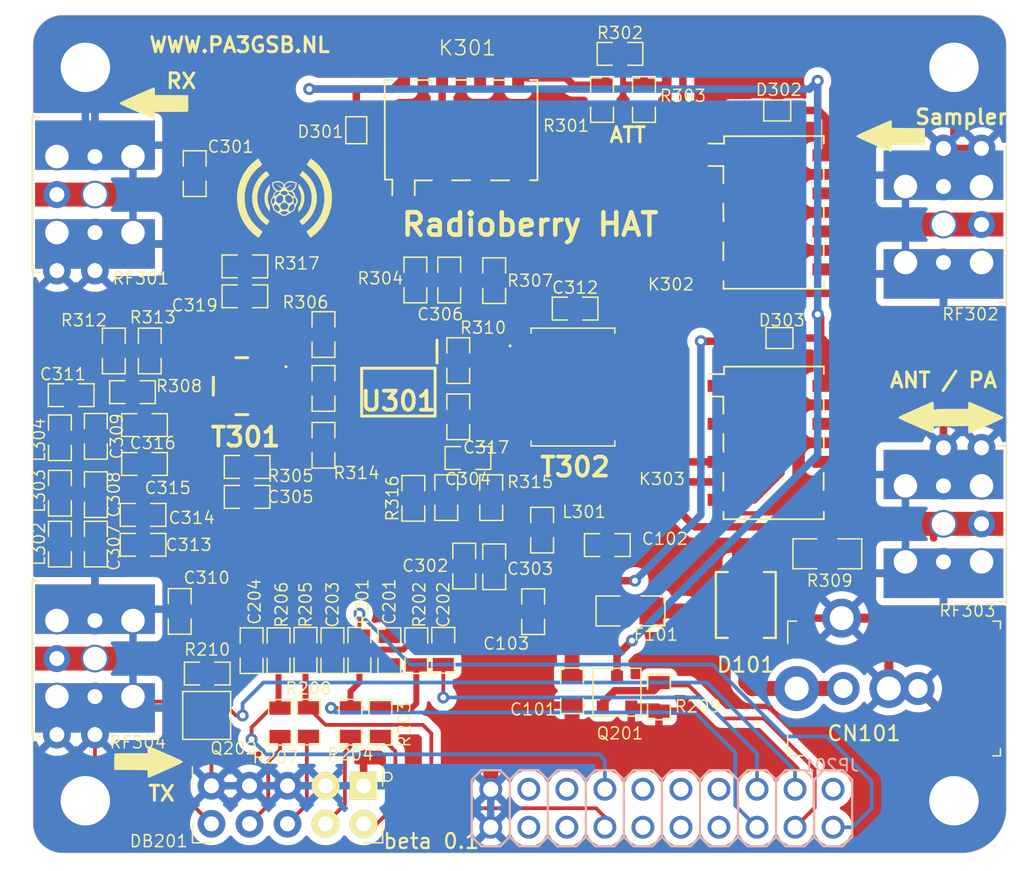
<source format=kicad_pcb>
(kicad_pcb (version 20240108) (generator "pcbnew") (generator_version "8.0")
  (layers (0 "F.Cu" signal) (31 "B.Cu" signal) (34 "B.Paste" user) (35 "F.Paste" user) (36 "B.SilkS" user "B.Silkscreen") (37 "F.SilkS" user "F.Silkscreen") (38 "B.Mask" user) (39 "F.Mask" user) (44 "Edge.Cuts" user))
  (net 0 "")
  (net 1 "+3V3")
  (net 2 "GND")
  (net 3 "Net-(C301-Pad1)")
  (net 4 "dash")
  (net 5 "dot")
  (net 6 "key")
  (net 7 "Net-(K301-Pad4)")
  (net 8 "EXTTR")
  (net 9 "rb_exttr")
  (net 10 "+12V")
  (net 11 "Net-(C306-Pad1)")
  (net 12 "Net-(C306-Pad2)")
  (net 13 "Net-(C307-Pad1)")
  (net 14 "Net-(RF301-In)")
  (net 15 "Net-(RF303-In)")
  (net 16 "Net-(C307-Pad2)")
  (net 18 "Net-(C308-Pad2)")
  (net 22 "Net-(C309-Pad2)")
  (net 24 "+12VA")
  (net 25 "Net-(T302-SECONDARY)")
  (net 26 "EXTDOT")
  (net 27 "EXTDASH")
  (net 28 "EXTPTT")
  (net 29 "EXTKEY")
  (net 30 "Net-(RF304-In)")
  (net 31 "Net-(C311-Pad1)")
  (net 32 "Net-(C312-Pad1)")
  (net 33 "Net-(C317-Pad1)")
  (net 34 "Net-(U301B--)")
  (net 35 "Net-(C318-Pad2)")
  (net 36 "Net-(T301-PM)")
  (net 37 "Net-(C318-Pad1)")
  (net 38 "Net-(CN101-P1)")
  (net 45 "Net-(K302-Pad4)")
  (net 46 "Net-(K301-Pad5)")
  (net 48 "Net-(K303-Pad2)")
  (net 54 "Net-(RF302-In)")
  (net 55 "Net-(U301A--)")
  (net 56 "Net-(U301A-+)")
  (net 57 "Net-(T301-S1)")
  (net 58 "Net-(U301B-+)")
  (net 59 "Net-(T302-PRIMARY_DOT)")
  (net 60 "Net-(T302-PRIMARY)")
  (net 61 "relais")
  (net 62 "rb_relais")
  (net 63 "Net-(T301-PR1)")
  (net 64 "Net-(T301-PR2)")
  (net 67 "ptt")
  (footprint "HERMESLITE:SMD-0805" (layer "F.Cu") (at 126.2025 90.6175 180)
    (property "Reference" "C312")
    (property "Value" "0.1uF" (hide yes))
  )
  (footprint "HERMESLITE:SMD-0805" (layer "F.Cu") (at 123.4 110.8675 -90)
    (property "Reference" "C103")
    (property "Value" "10uF" (hide yes))
  )
  (footprint "HERMESLITE:SMD-0805" (layer "F.Cu") (at 113.8 113.4715 90)
    (property "Reference" "C201")
    (property "Value" "1uF" (hide yes))
  )
  (footprint "HERMESLITE:SMD-0805" (layer "F.Cu") (at 117.4 113.4475 90)
    (property "Reference" "C202")
    (property "Value" "1uF" (hide yes))
  )
  (footprint "HERMESLITE:SMD-0805" (layer "F.Cu") (at 110 113.4715 90)
    (property "Reference" "C203")
    (property "Value" "1uF" (hide yes))
  )
  (footprint "HERMESLITE:SMD-0805" (layer "F.Cu") (at 104.6 113.4715 90)
    (property "Reference" "C204")
    (property "Value" "1uF" (hide yes))
  )
  (footprint "HERMESLITE:SOT23_3" (layer "F.Cu") (at 129 117.2475)
    (property "Reference" "Q201")
    (property "Value" "NUD3124" (hide yes))
  )
  (footprint "HERMESLITE:SOT23_3" (layer "F.Cu") (at 101.6 116.8 180)
    (property "Reference" "Q202")
    (property "Value" "NUD3124" (hide yes))
  )
  (footprint "HERMESLITE:SMD-0805" (layer "F.Cu") (at 111.8 113.4475 90)
    (property "Reference" "R201")
    (property "Value" "2.2K" (hide yes))
  )
  (footprint "HERMESLITE:SMD-0805" (layer "F.Cu") (at 115.6 113.4715 90)
    (property "Reference" "R202")
    (property "Value" "2.2K" (hide yes))
  )
  (footprint "HERMESLITE:SMD-0805" (layer "F.Cu") (at 113.2 118.2475 -90)
    (property "Reference" "R203")
    (property "Value" "100" (hide yes))
  )
  (footprint "HERMESLITE:SMD-0805" (layer "F.Cu") (at 111.2 118.2475 -90)
    (property "Reference" "R204")
    (property "Value" "100" (hide yes))
  )
  (footprint "HERMESLITE:SMD-0805" (layer "F.Cu") (at 131.8 116.562 90)
    (property "Reference" "R209")
    (property "Value" "4.7K" (hide yes))
  )
  (footprint "HERMESLITE:SMD-0805" (layer "F.Cu") (at 108.2 113.4475 90)
    (property "Reference" "R205")
    (property "Value" "2.2K" (hide yes))
  )
  (footprint "HERMESLITE:SMD-0805" (layer "F.Cu") (at 106.4 113.4715 90)
    (property "Reference" "R206")
    (property "Value" "2.2K" (hide yes))
  )
  (footprint "HERMESLITE:SMD-0805" (layer "F.Cu") (at 101.638 115)
    (property "Reference" "R210")
    (property "Value" "4.7K" (hide yes))
  )
  (footprint "HERMESLITE:SMD-0805" (layer "F.Cu") (at 106.5 118.262 -90)
    (property "Reference" "R207")
    (property "Value" "100" (hide yes))
  )
  (footprint "HERMESLITE:SMD-0805" (layer "F.Cu") (at 108.4 118.2475 -90)
    (property "Reference" "R208")
    (property "Value" "100" (hide yes))
  )
  (footprint "HERMESLITE:SMAEDGE_THFULL_L" (layer "F.Cu") (at 94.14 114 90)
    (property "Reference" "RF304")
    (property "Value" "SMA" (hide yes))
  )
  (footprint "HERMESLITE:m3" (layer "F.Cu") (at 93.5 74.5)
    (property "Reference" "MH1" (hide yes))
    (property "Value" "DNI" (hide yes))
  )
  (footprint "HERMESLITE:m3" (layer "F.Cu") (at 93.5 123.5)
    (property "Reference" "MH2" (hide yes))
    (property "Value" "DNI" (hide yes))
  )
  (footprint "HERMESLITE:m3" (layer "F.Cu") (at 151.5 74.5)
    (property "Reference" "MH3" (hide yes))
    (property "Value" "DNI" (hide yes))
  )
  (footprint "HERMESLITE:m3" (layer "F.Cu") (at 151.5 123.5)
    (property "Reference" "MH4" (hide yes))
    (property "Value" "DNI" (hide yes))
  )
  (footprint "HERMESLITE:PWRBARREL2" (layer "F.Cu") (at 144 116 180)
    (property "Reference" "CN101")
    (property "Value" "PS" (hide yes))
  )
  (footprint "HERMESLITE:smbj18ca" (layer "F.Cu") (at 137.6 110.42 90)
    (property "Reference" "D101")
    (property "Value" "SMBJ18CA" (hide yes))
  )
  (footprint "HERMESLITE:5x2" (layer "F.Cu") (at 112.08 122.5 180)
    (property "Reference" "DB201")
    (property "Value" "IO10" (hide yes))
  )
  (footprint "HERMESLITE:SMD-0805" (layer "F.Cu") (at 99.8 110.8475 -90)
    (property "Reference" "C310")
    (property "Value" "0.1uF" (hide yes))
  )
  (footprint "HERMESLITE:SMD-0805" (layer "F.Cu") (at 97.8 93.4475 -90)
    (property "Reference" "R313")
    (property "Value" "0" (hide yes))
  )
  (footprint "HERMESLITE:SMD-0805" (layer "F.Cu") (at 95.4 93.4475 -90)
    (property "Reference" "R312")
    (property "Value" "0" (hide yes))
  )
  (footprint "HERMESLITE:SMD-0805" (layer "F.Cu") (at 96.6475 96.2 180)
    (property "Reference" "R308")
    (property "Value" "0" (hide yes))
  )
  (footprint "tc4-1t:TC41T" (layer "F.Cu") (at 103.95 95.7975 -90)
    (property "Reference" "T301")
    (property "Value" "TC4-1T" (hide yes))
  )
  (footprint "HERMESLITE:SMD-0805" (layer "F.Cu") (at 126 116.1525 -90)
    (property "Reference" "C101")
    (property "Value" "10pF" (hide yes))
  )
  (footprint "HERMESLITE:SMD-0805" (layer "F.Cu") (at 128.3525 106.42)
    (property "Reference" "C102")
    (property "Value" "100pF" (hide yes))
  )
  (footprint "HERMESLITE:SOD323" (layer "F.Cu") (at 111.59 78.7 90)
    (property "Reference" "D301")
    (property "Value" "1N4148" (hide yes))
  )
  (footprint "RB:rb-bmp" (layer "F.Cu") (at 98.2 76.8 180)
    (property "Reference" "G***" (hide yes))
    (property "Value" "LOGO" (hide yes))
  )
  (footprint "HERMESLITE:SMD-1206" (layer "F.Cu") (at 129.9 110.82 180)
    (property "Reference" "F101")
    (property "Value" "Polyfuse" (hide yes))
  )
  (footprint "RB:rpi-logo" (layer "F.Cu") (at 106.8 83.2)
    (property "Reference" "G***" (hide yes))
    (property "Value" "LOGO" (hide yes))
  )
  (footprint "HERMESLITE:SMD-0805" (layer "F.Cu") (at 128 76.6475 -90)
    (property "Reference" "R301")
    (property "Value" "247.5" (hide yes))
  )
  (footprint "RB:rb-bmp" (layer "F.Cu") (at 147.4 79 180)
    (property "Reference" "G***" (hide yes))
    (property "Value" "LOGO" (hide yes))
  )
  (footprint "HERMESLITE:SMD-0805" (layer "F.Cu") (at 91.8 99.2475 90)
    (property "Reference" "L304")
    (property "Value" "130nH" (hide yes))
  )
  (footprint "HERMESLITE:SMD-0805" (layer "F.Cu") (at 118.4 97.8475 -90)
    (property "Reference" "C317")
    (property "Value" "0.1uF" (hide yes))
  )
  (footprint "RB:rb-bmp" (layer "F.Cu") (at 150.2 97.8 180)
    (property "Reference" "G***" (hide yes))
    (property "Value" "LOGO" (hide yes))
  )
  (footprint "HERMESLITE:SMD-0805" (layer "F.Cu") (at 130.8 76.6475 -90)
    (property "Reference" "R303")
    (property "Value" "61.11" (hide yes))
  )
  (footprint "HERMESLITE:SMD-0805" (layer "F.Cu") (at 91.8 102.9525 90)
    (property "Reference" "L303")
    (property "Value" "130nH" (hide yes))
  )
  (footprint "HERMESLITE:SMD-0805" (layer "F.Cu") (at 97.4475 101)
    (property "Reference" "C315")
    (property "Value" "100pF" (hide yes))
  )
  (footprint "RB:rb-bmp" (layer "F.Cu") (at 152.4 98)
    (property "Reference" "G***" (hide yes))
    (property "Value" "LOGO" (hide yes))
  )
  (footprint "HERMESLITE:SMD-0805" (layer "F.Cu") (at 109.4 95.95 -90)
    (property "Reference" "R311" (hide yes))
    (property "Value" "200" (hide yes))
  )
  (footprint "HERMESLITE:SMD-0805" (layer "F.Cu") (at 100.8 81.6 -90)
    (property "Reference" "C301")
    (property "Value" "0.1uF" (hide yes))
  )
  (footprint "HERMESLITE:SMD-0805" (layer "F.Cu") (at 117.8 88.7075 -90)
    (property "Reference" "C306")
    (property "Value" "0.1uF" (hide yes))
  )
  (footprint "HERMESLITE:SMD-0805" (layer "F.Cu") (at 104.3025 103.1975 180)
    (property "Reference" "C305")
    (property "Value" "0.1uF" (hide yes))
  )
  (footprint "HERMESLITE:SOD323" (layer "F.Cu") (at 139.85 92.5875)
    (property "Reference" "D303")
    (property "Value" "1N4148" (hide yes))
  )
  (footprint "HERMESLITE:SMD-0805" (layer "F.Cu") (at 124 105.42 90)
    (property "Reference" "L301")
    (property "Value" "L_Small" (hide yes))
  )
  (footprint "HERMESLITE:SMD-0805" (layer "F.Cu") (at 104.3025 101.1975)
    (property "Reference" "R305")
    (property "Value" "1K" (hide yes))
  )
  (footprint "HERMESLITE:SMD-0805" (layer "F.Cu") (at 94.2 103.0475 90)
    (property "Reference" "C308")
    (property "Value" "30pF" (hide yes))
  )
  (footprint "HERMESLITE:SMD-0805" (layer "F.Cu") (at 120.8 107.8675 -90)
    (property "Reference" "C303")
    (property "Value" "0.1uF" (hide yes))
  )
  (footprint "HERMESLITE:SMD-0805" (layer "F.Cu") (at 91.8 106.3525 90)
    (property "Reference" "L302")
    (property "Value" "160nH" (hide yes))
  )
  (footprint "HERMESLITE:SMD-0805" (layer "F.Cu") (at 118.8 107.82 -90)
    (property "Reference" "C302")
    (property "Value" "0.1uF" (hide yes))
  )
  (footprint "OPA2674:SOIC127P600X175-8N" (layer "F.Cu") (at 114.4 96.2 -90)
    (property "Reference" "U301")
    (property "Value" "OPA2674" (hide yes))
  )
  (footprint "RB:rb-bmp" (layer "F.Cu") (at 97.6 121)
    (property "Reference" "G***" (hide yes))
    (property "Value" "LOGO" (hide yes))
  )
  (footprint "HERMESLITE:SMD-0805" (layer "F.Cu") (at 109.4 92.35 -90)
    (property "Reference" "R306")
    (property "Value" "12" (hide yes))
  )
  (footprint "HERMESLITE:SMD-0805" (layer "F.Cu") (at 92.5525 96.4 180)
    (property "Reference" "C311")
    (property "Value" "0.1uF" (hide yes))
  )
  (footprint "HERMESLITE:SMD-1206" (layer "F.Cu") (at 143.0475 107)
    (property "Reference" "R309")
    (property "Value" "50" (hide yes))
  )
  (footprint "HERMESLITE:SMD-0805" (layer "F.Cu") (at 104.15 89.7975)
    (property "Reference" "C319")
    (property "Value" "0.1uF" (hide yes))
  )
  (footprint "HERMESLITE:SMD-0805" (layer "F.Cu") (at 97.3525 104.4)
    (property "Reference" "C314")
    (property "Value" "110pF" (hide yes))
  )
  (footprint "HERMESLITE:SMD-0805" (layer "F.Cu") (at 115.54 88.7075 90)
    (property "Reference" "R304")
    (property "Value" "470" (hide yes))
  )
  (footprint "HERMESLITE:SMD-0805" (layer "F.Cu") (at 120.6 103.2475 -90)
    (property "Reference" "R315")
    (property "Value" "4R99" (hide yes))
  )
  (footprint "HERMESLITE:SMD-0805" (layer "F.Cu") (at 129.2 73.6 180)
    (property "Reference" "R302")
    (property "Value" "61.11" (hide yes))
  )
  (footprint "HERMESLITE:SMD-0805" (layer "F.Cu") (at 104.15 87.7975 180)
    (property "Reference" "R317")
    (property "Value" "1K" (hide yes))
  )
  (footprint "HERMESLITE:SMD-0805" (layer "F.Cu") (at 117.6 103.2475 90)
    (property "Reference" "C318" (hide yes))
    (property "Value" "0.1uF" (hide yes))
  )
  (footprint "HERMESLITE:SMD-0805" (layer "F.Cu") (at 115.4 103.295 -90)
    (property "Reference" "R316")
    (property "Value" "470" (hide yes))
  )
  (footprint "HERMESLITE:SMD-0805" (layer "F.Cu") (at 97.4475 98.4)
    (property "Reference" "C316")
    (property "Value" "68pF" (hide yes))
  )
  (footprint "HERMESLITE:SMD-0805" (layer "F.Cu") (at 118.4 94.095 -90)
    (property "Reference" "R310")
    (property "Value" "330" (hide yes))
  )
  (footprint "HERMESLITE:SMD-0805" (layer "F.Cu") (at 97.3525 106.4)
    (property "Reference" "C313")
    (property "Value" "82pF" (hide yes))
  )
  (footprint "HERMESLITE:SMD-0805" (layer "F.Cu") (at 109.4 99.75 -90)
    (property "Reference" "R314")
    (property "Value" "12" (hide yes))
  )
  (footprint "HERMESLITE:SMD-0805" (layer "F.Cu") (at 119.0475 100.6)
    (property "Reference" "C304")
    (property "Value" "0.1uF" (hide yes))
  )
  (footprint "ADT1.5-1+:ADT151" (layer "F.Cu") (at 126.06 95.86 -90)
    (property "Reference" "T302")
    (property "Value" "ADT1.5-1+" (hide yes))
  )
  (footprint "HERMESLITE:SMD-0805" (layer "F.Cu") (at 94.2 106.3525 90)
    (property "Reference" "C307")
    (property "Value" "5.6pF" (hide yes))
  )
  (footprint "HERMESLITE:SMD-0805" (layer "F.Cu") (at 120.8 88.7525 -90)
    (property "Reference" "R307")
    (property "Value" "4R99" (hide yes))
  )
  (footprint "Relay_SMD:Relay_DPDT_Omron_G6K-2F" (layer "F.Cu") (at 139.45 84.19)
    (property "Reference" "K302")
    (property "Value" "G6K-2")
  )
  (footprint "HERMESLITE:SMAEDGE_THFULL_L" (layer "F.Cu") (at 150.8 105 -90)
    (property "Reference" "RF303")
    (property "Value" "SMA" (hide yes))
  )
  (footprint "HERMESLITE:SMAEDGE_THFULL_L" (layer "F.Cu") (at 150.8 85 -90)
    (property "Reference" "RF302")
    (property "Value" "SMA" (hide yes))
  )
  (footprint "Relay_SMD:Relay_DPDT_Omron_G6K-2F" (layer "F.Cu") (at 118.59 78.7 90)
    (property "Reference" "K301")
    (property "Value" "G6K-2")
  )
  (footprint "HERMESLITE:SMAEDGE_THFULL_L" (layer "F.Cu") (at 94.14 83 90)
    (property "Reference" "RF301")
    (property "Value" "SMA" (hide yes))
  )
  (footprint "HERMESLITE:SMD-0805" (layer "F.Cu") (at 94.2 99.1525 90)
    (property "Reference" "C309")
    (property "Value" "20pF" (hide yes))
  )
  (footprint "Relay_SMD:Relay_DPDT_Omron_G6K-2F" (layer "F.Cu") (at 139.45 99.5875)
    (property "Reference" "K303")
    (property "Value" "G6K-2")
  )
  (footprint "HERMESLITE:SOD323" (layer "F.Cu") (at 139.7 77.38)
    (property "Reference" "D302")
    (property "Value" "1N4148" (hide yes))
  )
  (footprint "RB:PINHEAD_2X10" (layer "B.Cu") (at 132 124 180)
    (property "Reference" "JP201")
    (property "Value" "FEMALE_PINHEAD_PINHD-2X10" (hide yes))
  )
  (gr_line (start 90 73) (end 90 125) (stroke (width 0.05)) (layer "Edge.Cuts"))
  (gr_line (start 92 127) (end 152 127) (stroke (width 0.05)) (layer "Edge.Cuts"))
  (gr_line (start 153 71) (end 92 71) (stroke (width 0.05)) (layer "Edge.Cuts"))
  (gr_line (start 155 124) (end 155 73) (stroke (width 0.05)) (layer "Edge.Cuts"))
  (gr_arc (start 90 73) (mid 90.585786 71.585786) (end 92 71) (stroke (width 0.05)) (layer "Edge.Cuts"))
  (gr_arc (start 153 71) (mid 154.414214 71.585786) (end 155 73) (stroke (width 0.05)) (layer "Edge.Cuts"))
  (gr_arc (start 92 127) (mid 90.585786 126.414214) (end 90 125) (stroke (width 0.05)) (layer "Edge.Cuts"))
  (gr_arc (start 155 124) (mid 154.12132 126.12132) (end 152 127) (stroke (width 0.05)) (layer "Edge.Cuts"))
  (gr_text "Radioberry HAT\n" (at 123.2 85 0) (layer "F.SilkS") (effects (font (size 1.5 1.5) (thickness 0.3) (bold yes))))
  (gr_text "TX" (at 97.6 123.6 0) (layer "F.SilkS") (effects (font (size 1 1) (thickness 0.2) (bold yes)) (justify left bottom)))
  (gr_text "ANT / PA" (at 150.8 95.4 0) (layer "F.SilkS") (effects (font (size 1 1) (thickness 0.2) (bold yes))))
  (gr_text "Sampler" (at 148.8 78.4 0) (layer "F.SilkS") (effects (font (size 1 1) (thickness 0.2) (bold yes)) (justify left bottom)))
  (gr_text "beta 0.1" (at 116.6 126.2 0) (layer "F.SilkS") (effects (font (size 1 1))))
  (gr_text "WWW.PA3GSB.NL" (at 103.8 73 0) (layer "F.SilkS") (effects (font (size 1 1) (thickness 0.2) (bold yes))))
  (gr_text "RX" (at 98.8 76 0) (layer "F.SilkS") (effects (font (size 1 1) (thickness 0.2) (bold yes)) (justify left bottom)))
  (gr_text "ATT" (at 128.4 79.6 0) (layer "F.SilkS") (effects (font (size 1 1) (thickness 0.2) (bold yes)) (justify left bottom)))
  (segment (start 111.8 112.6) (end 112.6 113.4) (width 0.4) (layer "F.Cu") (net 1))
  (segment (start 106.4 112.519) (end 108.176 112.519) (width 0.4) (layer "F.Cu") (net 1))
  (segment (start 110.895 113.4) (end 111.8 112.495) (width 0.4) (layer "F.Cu") (net 1))
  (segment (start 111.8 112.495) (end 111.8 111) (width 0.25) (layer "F.Cu") (net 1))
  (segment (start 108.2 112.495) (end 108.2 112.6) (width 0.4) (layer "F.Cu") (net 1))
  (segment (start 108.176 112.519) (end 108.2 112.495) (width 0.4) (layer "F.Cu") (net 1))
  (segment (start 108.2 112.6) (end 109 113.4) (width 0.4) (layer "F.Cu") (net 1))
  (segment (start 114.719 113.4) (end 115.6 112.519) (width 0.4) (layer "F.Cu") (net 1))
  (segment (start 112.6 113.4) (end 114.719 113.4) (width 0.4) (layer "F.Cu") (net 1))
  (segment (start 111.8 112.495) (end 111.8 112.6) (width 0.4) (layer "F.Cu") (net 1))
  (segment (start 109 113.4) (end 110.895 113.4) (width 0.4) (layer "F.Cu") (net 1))
  (via (at 111.8 111) (size 0.8) (drill 0.4) (layers "F.Cu" "B.Cu") (net 1))
  (segment (start 135.4 114.4) (end 115.2 114.4) (width 0.25) (layer "B.Cu") (net 1))
  (segment (start 144.73 125.27) (end 146 124) (width 0.25) (layer "B.Cu") (net 1))
  (segment (start 143 119.2) (end 140.2 119.2) (width 0.25) (layer "B.Cu") (net 1))
  (segment (start 115.2 114.4) (end 111.8 111) (width 0.25) (layer "B.Cu") (net 1))
  (segment (start 143.43 125.27) (end 144.73 125.27) (width 0.25) (layer "B.Cu") (net 1))
  (segment (start 146 122.2) (end 143 119.2) (width 0.25) (layer "B.Cu") (net 1))
  (segment (start 140.2 119.2) (end 135.4 114.4) (width 0.25) (layer "B.Cu") (net 1))
  (segment (start 146 124) (end 146 122.2) (width 0.25) (layer "B.Cu") (net 1))
  (segment (start 105.1025 87.7975) (end 105.1025 86.3025) (width 0.5) (layer "F.Cu") (net 2))
  (segment (start 121.515 97.085) (end 127.285 97.085) (width 0.4) (layer "F.Cu") (net 2))
  (segment (start 100.876 116.574) (end 100.65 116.8) (width 0.25) (layer "F.Cu") (net 2))
  (segment (start 101.92 122.5) (end 101.92 120.88) (width 0.25) (layer "F.Cu") (net 2))
  (segment (start 130.4 73.6) (end 130.8 74) (width 0.5) (layer "F.Cu") (net 2))
  (segment (start 108.4 92.4) (end 110 92.4) (width 0.4) (layer "F.Cu") (net 2))
  (segment (start 101.92 120.88) (end 103.2 119.6) (width 0.25) (layer "F.Cu") (net 2))
  (segment (start 98.305 104.4) (end 98.305 101.095) (width 0.5) (layer "F.Cu") (net 2))
  (segment (start 100.7325 97.0675) (end 102.36 97.0675) (width 0.5) (layer "F.Cu") (net 2))
  (segment (start 118.8 108.7725) (end 120.7525 108.7725) (width 1) (layer "F.Cu") (net 2))
  (segment (start 151.5 118.4) (end 149.1 116) (width 0.6) (layer "F.Cu") (net 2))
  (segment (start 110.8 92.4) (end 111.889 93.489) (width 0.5) (layer "F.Cu") (net 2))
  (segment (start 98.4 101) (end 99.7525 101) (width 0.5) (layer "F.Cu") (net 2))
  (segment (start 117.32 82.2) (end 119.86 82.2) (width 0.5) (layer "F.Cu") (net 2))
  (segment (start 98.9 86.3) (end 94.14 86.3) (width 0.5) (layer "F.Cu") (net 2))
  (segment (start 137.18 108.02) (end 137.6 108.44) (width 1) (layer "F.Cu") (net 2))
  (segment (start 101.65 117.8) (end 100.65 116.8) (width 0.25) (layer "F.Cu") (net 2))
  (segment (start 100.876 115) (end 100.876 114.324) (width 0.25) (layer "F.Cu") (net 2))
  (segment (start 107.6 90.8) (end 106.5975 89.7975) (width 0.25) (layer "F.Cu") (net 2))
  (segment (start 147.15 116) (end 149.1 116) (width 0.6) (layer "F.Cu") (net 2))
  (segment (start 137.18 106.42) (end 137.18 108.02) (width 1) (layer "F.Cu") (net 2))
  (segment (start 105.1025 86.3025) (end 104.4 85.6) (width 0.5) (layer "F.Cu") (net 2))
  (segment (start 131.7235 117.2475) (end 131.8 117.324) (width 0.5) (layer "F.Cu") (net 2))
  (segment (start 151.5 79.22) (end 150.8 79.92) (width 0.5) (layer "F.Cu") (net 2))
  (segment (start 93.5 79.56) (end 94.14 80.2) (width 0.5) (layer "F.Cu") (net 2))
  (segment (start 123.4 116.2) (end 124.305 117.105) (width 0.25) (layer "F.Cu") (net 2))
  (segment (start 138.44 108.44) (end 141.3 111.3) (width 0.5) (layer "F.Cu") (net 2))
  (segment (start 148.4 71.4) (end 151.5 74.5) (width 0.5) (layer "F.Cu") (net 2))
  (segment (start 150.8 87.54) (end 150.8 99.92) (width 0.5) (layer "F.Cu") (net 2))
  (segment (start 129.305 106.42) (end 137.18 106.42) (width 1) (layer "F.Cu") (net 2))
  (segment (start 106.5975 89.7975) (end 105.1025 89.7975) (width 0.25) (layer "F.Cu") (net 2))
  (segment (start 150.8 79.92) (end 153.34 79.92) (width 0.5) (layer "F.Cu") (net 2))
  (segment (start 95.4 89.34) (end 95.4 92.495) (width 0.5) (layer "F.Cu") (net 2))
  (segment (start 121.02 111.82) (end 123.4 111.82) (width 0.5) (layer "F.Cu") (net 2))
  (segment (start 141.3 111.3) (end 144 111.3) (width 0.5) (layer "F.Cu") (net 2))
  (segment (start 150.8 108.3) (end 150.8 114.3) (width 0.5) (layer "F.Cu") (net 2))
  (segment (start 123.4 111.82) (end 123.4 116.2) (width 0.25) (layer "F.Cu") (net 2))
  (segment (start 96.68 116.88) (end 100.57 116.88) (width 0.25) (layer "F.Cu") (net 2))
  (segment (start 119.6 88.8) (end 122 88.8) (width 0.5) (layer "F.Cu") (net 2))
  (segment (start 107.6 91.6) (end 107.6 90.8) (width 0.25) (layer "F.Cu") (net 2))
  (segment (start 129.95 118.65) (end 129.6 119) (width 0.25) (layer "F.Cu") (net 2))
  (segment (start 120.8 111.6) (end 121.02 111.82) (width 0.5) (layer "F.Cu") (net 2))
  (segment (start 150.8 114.3) (end 149.1 116) (width 0.5) (layer "F.Cu") (net 2))
  (segment (start 124.305 117.105) (end 126 117.105) (width 0.25) (layer "F.Cu") (net 2))
  (segment (start 128.6 102.6) (end 129.305 103.305) (width 0.5) (layer "F.Cu") (net 2))
  (segment (start 130.1525 73.6) (end 130.4 73.6) (width 0.5) (layer "F.Cu") (net 2))
  (segment (start 110 92.4) (end 110.8 92.4) (width 0.5) (layer "F.Cu") (net 2))
  (segment (start 104.4 85.6) (end 99.6 85.6) (width 0.5) (layer "F.Cu") (net 2))
  (segment (start 112.535 93.13) (end 112.535 94.1) (width 0.25) (layer "F.Cu") (net 2))
  (segment (start 129.6 119) (end 125.6 119) (width 0.25) (layer "F.Cu") (net 2))
  (segment (start 99.4 98.4) (end 100.7325 97.0675) (width 0.5) (layer "F.Cu") (net 2))
  (segment (start 120 98.6) (end 121.515 97.085) (width 0.4) (layer "F.Cu") (net 2))
  (segment (start 94.14 88.08) (end 95.4 89.34) (width 0.5) (layer "F.Cu") (net 2))
  (segment (start 151.5 74.5) (end 151.5 79.22) (width 0.5) (layer "F.Cu") (net 2))
  (segment (start 99.7525 101) (end 101.95 103.1975) (width 0.5) (layer "F.Cu") (net 2))
  (segment (start 144 107) (end 145.3 108.3) (width 0.5) (layer "F.Cu") (net 2))
  (segment (start 122 88.8) (end 122.8 88) (width 0.5) (layer "F.Cu") (net 2))
  (segment (start 126 118.6) (end 126 117.105) (width 1) (layer "F.Cu") (net 2))
  (segment (start 98.305 101.095) (end 98.4 101) (width 0.5) (layer "F.Cu") (net 2))
  (segment (start 98.4 98.4) (end 99.4 98.4) (width 0.5) (layer "F.Cu") (net 2))
  (segment (start 111.889 93.489) (end 112.495 93.489) (width 0.5) (layer "F.Cu") (net 2))
  (segment (start 130.8 74) (end 130.8 75.695) (width 0.5) (layer "F.Cu") (net 2))
  (segment (start 94.14 122.86) (end 94.14 119.42) (width 0.25) (layer "F.Cu") (net 2))
  (segment (start 103.2 118.4) (end 102.6 117.8) (width 0.25) (layer "F.Cu") (net 2))
  (segment (start 126 117.105) (end 126 117.6) (width 0.5) (layer "F.Cu") (net 2))
  (segment (start 130.1525 73.6) (end 130.1525 72.4475) (width 0.5) (layer "F.Cu") (net 2))
  (segment (start 100.57 116.88) (end 100.65 116.8) (width 0.25) (layer "F.Cu") (net 2))
  (segment (start 128.6 98.4) (end 128.6 102.6) (width 0.5) (layer "F.Cu") (net 2))
  (segment (start 98.4 98.4) (end 98.4 101) (width 0.5) (layer "F.Cu") (net 2))
  (segment (start 151.5 123.5) (end 151.5 118.4) (width 0.6) (layer "F.Cu") (net 2))
  (segment (start 122 119) (end 125.6 119) (width 1) (layer "F.Cu") (net 2))
  (segment (start 137.6 108.44) (end 138.44 108.44) (width 0.5) (layer "F.Cu") (net 2))
  (segment (start 146.5 111.3) (end 147.15 111.95) (width 0.6) (layer "F.Cu") (net 2))
  (segment (start 144 111.3) (end 146.5 111.3) (width 0.6) (layer "F.Cu") (net 2))
  (segment (start 120.7525 108.7725) (end 120.8 108.82) (width 1) (layer "F.Cu") (net 2))
  (segment (start 129.95 117.2475) (end 129.95 118.65) (width 0.25) (layer "F.Cu") (net 2))
  (segment (start 103.2 119.6) (end 103.2 118.4) (width 0.25) (layer "F.Cu") (net 2))
  (segment (start 120.8 108.82) (end 120.8 111.6) (width 0.5) (layer "F.Cu") (net 2))
  (segment (start 120.57 120.43) (end 122 119) (width 1) (layer "F.Cu") (net 2))
  (segment (start 93.5 123.5) (end 94.14 122.86) (width 0.25) (layer "F.Cu") (net 2))
  (segment (start 127.285 97.085) (end 128.6 98.4) (width 0.4) (layer "F.Cu") (net 2))
  (segment (start 101.95 103.1975) (end 103.35 103.1975) (width 0.5) (layer "F.Cu") (net 2))
  (segment (start 120 100.6) (end 120 98.6) (width 0.4) (layer "F.Cu") (net 2))
  (segment (start 129.95 117.2475) (end 131.7235 117.2475) (width 0.5) (layer "F.Cu") (net 2))
  (segment (start 95.4 92.495) (end 97.8 92.495) (width 0.5) (layer "F.Cu") (net 2))
  (segment (start 130.1525 72.4475) (end 131.2 71.4) (width 0.5) (layer "F.Cu") (net 2))
  (segment (start 131.2 71.4) (end 148.4 71.4) (width 0.5) (layer "F.Cu") (net 2))
  (segment (start 99.6 85.6) (end 98.9 86.3) (width 0.5) (layer "F.Cu") (net 2))
  (segment (start 147.15 111.95) (end 147.15 116) (width 0.6) (layer "F.Cu") (net 2))
  (segment (start 102.6 117.8) (end 101.65 117.8) (width 0.25) (layer "F.Cu") (net 2))
  (segment (start 145.3 108.3) (end 150.8 108.3) (width 0.5) (layer "F.Cu") (net 2))
  (segment (start 129.305 103.305) (end 129.305 106.42) (width 0.5) (layer "F.Cu") (net 2))
  (segment (start 98.305 106.4) (end 98.305 104.4) (width 0.5) (layer "F.Cu") (net 2))
  (segment (start 125.6 119) (end 126 118.6) (width 1) (layer "F.Cu") (net 2))
  (segment (start 100.876 115) (end 100.876 116.574) (width 0.25) (layer "F.Cu") (net 2))
  (segment (start 120.57 122.73) (end 120.57 120.43) (width 1) (layer "F.Cu") (net 2))
  (segment (start 108.4 92.4) (end 107.6 91.6) (width 0.25) (layer "F.Cu") (net 2))
  (segment (start 105.1025 87.7975) (end 105.1025 89.7975) (width 0.5) (layer "F.Cu") (net 2))
  (segment (start 93.5 74.5) (end 93.5 78.56) (width 0.5) (layer "B.Cu") (net 2))
  (segment (start 148.26 102.46) (end 148.26 107.54) (width 0.5) (layer "B.Cu") (net 2))
  (segment (start 148.26 82.46) (end 148.26 87.54) (width 0.5) (layer "B.Cu") (net 2))
  (segment (start 96.68 80.46) (end 96.68 85.54) (width 0.5) (layer "B.Cu") (net 2))
  (segment (start 120.57 122.73) (end 120.57 125.27) (width 0.5) (layer "B.Cu") (net 2))
  (segment (start 101.92 122.5) (end 112.08 122.5) (width 0.5) (layer "B.Cu") (net 2))
  (segment (start 96.68 111.46) (end 96.68 116.54) (width 0.5) (layer "B.Cu") (net 2))
  (segment (start 93.5 78.56) (end 91.6 80.46) (width 0.5) (layer "B.Cu") (net 2))
  (segment (start 118.6 72.6) (end 119.86 73.86) (width 0.5) (layer "F.Cu") (net 3))
  (segment (start 105.2 72.6) (end 118.6 72.6) (width 0.5) (layer "F.Cu") (net 3))
  (segment (start 100.8 77) (end 105.2 72.6) (width 0.5) (layer "F.Cu") (net 3))
  (segment (start 100.8 80.6475) (end 100.8 77) (width 0.5) (layer "F.Cu") (net 3))
  (segment (start 119.86 73.86) (end 119.86 75.2) (width 0.5) (layer "F.Cu") (net 3))
  (segment (start 111.8 114.4) (end 113.776 114.4) (width 0.4) (layer "F.Cu") (net 4))
  (segment (start 111.195 117.3) (end 111.2 117.295) (width 0.25) (layer "F.Cu") (net 4))
  (segment (start 113.776 114.4) (end 113.8 114.424) (width 0.4) (layer "F.Cu") (net 4))
  (segment (start 111.8 115.6) (end 111.2 116.2) (width 0.4) (layer "F.Cu") (net 4))
  (segment (start 109.9 117.3) (end 111.195 117.3) (width 0.25) (layer "F.Cu") (net 4))
  (segment (start 111.8 114.4) (end 111.8 115.6) (width 0.4) (layer "F.Cu") (net 4))
  (segment (start 111.2 116.2) (end 111.2 117.295) (width 0.4) (layer "F.Cu") (net 4))
  (via (at 109.9 117.3) (size 0.8) (drill 0.4) (layers "F.Cu" "B.Cu") (net 4))
  (segment (start 138.35 125.27) (end 136.897 123.817) (width 0.25) (layer "B.Cu") (net 4))
  (segment (start 110.2 117.6) (end 109.9 117.3) (width 0.25) (layer "B.Cu") (net 4))
  (segment (start 136.897 120.297) (end 134.2 117.6) (width 0.25) (layer "B.Cu") (net 4))
  (segment (start 136.897 123.817) (end 136.897 120.297) (width 0.25) (layer "B.Cu") (net 4))
  (segment (start 109.8 117.2) (end 109.9 117.3) (width 0.25) (layer "B.Cu") (net 4))
  (segment (start 134.2 117.6) (end 110.2 117.6) (width 0.25) (layer "B.Cu") (net 4))
  (segment (start 117.376 114.424) (end 117.4 114.4) (width 0.4) (layer "F.Cu") (net 5))
  (segment (start 113.2 117.295) (end 115.305 117.295) (width 0.4) (layer "F.Cu") (net 5))
  (segment (start 115.6 117) (end 115.6 114.424) (width 0.4) (layer "F.Cu") (net 5))
  (segment (start 115.6 114.424) (end 117.376 114.424) (width 0.4) (layer "F.Cu") (net 5))
  (segment (start 115.305 117.295) (end 115.6 117) (width 0.4) (layer "F.Cu") (net 5))
  (segment (start 117.4 114.4) (end 117.4 116.6) (width 0.25) (layer "F.Cu") (net 5))
  (via (at 117.4 116.6) (size 0.8) (drill 0.4) (layers "F.Cu" "B.Cu") (net 5))
  (segment (start 134.6 116.6) (end 117.4 116.6) (width 0.25) (layer "B.Cu") (net 5))
  (segment (start 138.35 122.73) (end 138.35 120.35) (width 0.25) (layer "B.Cu") (net 5))
  (segment (start 138.35 120.35) (end 134.6 116.6) (width 0.25) (layer "B.Cu") (net 5))
  (segment (start 118.8 124) (end 127.6 124) (width 0.25) (layer "F.Cu") (net 6))
  (segment (start 116.0305 118.4305) (end 116.6 119) (width 0.25) (layer "F.Cu") (net 6))
  (segment (start 108.4 117.295) (end 109.5355 118.4305) (width 0.25) (layer "F.Cu") (net 6))
  (segment (start 108.2 117.095) (end 108.4 117.295) (width 0.4) (layer "F.Cu") (net 6))
  (segment (start 109.976 114.4) (end 110 114.424) (width 0.4) (layer "F.Cu") (net 6))
  (segment (start 109.5355 118.4305) (end 116.0305 118.4305) (width 0.25) (layer "F.Cu") (net 6))
  (segment (start 128.19 124.59) (end 128.19 125.27) (width 0.25) (layer "F.Cu") (net 6))
  (segment (start 108.2 114.4) (end 108.2 117.095) (width 0.4) (layer "F.Cu") (net 6))
  (segment (start 127.6 124) (end 128.19 124.59) (width 0.25) (layer "F.Cu") (net 6))
  (segment (start 116.6 121.8) (end 118.8 124) (width 0.25) (layer "F.Cu") (net 6))
  (segment (start 116.6 119) (end 116.6 121.8) (width 0.25) (layer "F.Cu") (net 6))
  (segment (start 108.2 114.4) (end 109.976 114.4) (width 0.4) (layer "F.Cu") (net 6))
  (segment (start 121.4 78.8) (end 122.4 79.8) (width 0.5) (layer "F.Cu") (net 7))
  (segment (start 122.4 79.8) (end 122.4 82.2) (width 0.5) (layer "F.Cu") (net 7))
  (segment (start 122.4 83.4) (end 132.2 83.4) (width 0.5) (layer "F.Cu") (net 7))
  (segment (start 132.68 82.92) (end 135.95 82.92) (width 0.5) (layer "F.Cu") (net 7))
  (segment (start 117.32 75.2) (end 117.32 78.12) (width 0.5) (layer "F.Cu") (net 7))
  (segment (start 117.32 78.12) (end 118 78.8) (width 0.5) (layer "F.Cu") (net 7))
  (segment (start 122.4 82.2) (end 122.4 83.4) (width 0.5) (layer "F.Cu") (net 7))
  (segment (start 118 78.8) (end 121.4 78.8) (width 0.5) (layer "F.Cu") (net 7))
  (segment (start 132.2 83.4) (end 132.68 82.92) (width 0.5) (layer "F.Cu") (net 7))
  (segment (start 101.6 119.6) (end 101.6 118.8) (width 0.25) (layer "F.Cu") (net 8))
  (segment (start 100.4 123.52) (end 100.4 120.8) (width 0.25) (layer "F.Cu") (net 8))
  (segment (start 100.4 120.8) (end 101.6 119.6) (width 0.25) (layer "F.Cu") (net 8))
  (segment (start 101.92 125.04) (end 100.4 123.52) (width 0.25) (layer "F.Cu") (net 8))
  (segment (start 102.55 116.8) (end 103.55 117.8) (width 0.25) (layer "F.Cu") (net 9))
  (segment (start 102.4 115) (end 102.4 116.65) (width 0.5) (layer "F.Cu") (net 9))
  (segment (start 103.55 117.8) (end 104.2 117.8) (width 0.25) (layer "F.Cu") (net 9))
  (segment (start 102.4 116.65) (end 102.55 116.8) (width 0.5) (layer "F.Cu") (net 9))
  (via (at 104 117.8) (size 0.8) (drill 0.4) (layers "F.Cu" "B.Cu") (net 9))
  (segment (start 135 115.6) (end 105.4 115.6) (width 0.25) (layer "B.Cu") (net 9))
  (segment (start 104 117) (end 104 117.8) (width 0.25) (layer "B.Cu") (net 9))
  (segment (start 105.4 115.6) (end 104 117) (width 0.25) (layer "B.Cu") (net 9))
  (segment (start 140.89 122.73) (end 140.89 121.49) (width 0.25) (layer "B.Cu") (net 9))
  (segment (start 140.89 121.49) (end 135 115.6) (width 0.25) (layer "B.Cu") (net 9))
  (segment (start 118.8 106.8675) (end 120.7525 106.8675) (width 1) (layer "F.Cu") (net 10))
  (segment (start 127.3525 106.3725) (end 127.4 106.42) (width 0.5) (layer "F.Cu") (net 10))
  (segment (start 136.8875 92.8) (end 137.1 92.5875) (width 0.5) (layer "F.Cu") (net 10))
  (segment (start 126.2 112.6) (end 126 112.8) (width 1) (layer "F.Cu") (net 10))
  (segment (start 124 106.3725) (end 124 108.62) (width 1) (layer "F.Cu") (net 10))
  (segment (start 123.4 109.915) (end 125.295 109.915) (width 1) (layer "F.Cu") (net 10))
  (segment (start 135.95 95.3975) (end 137.1 94.2475) (width 0.6) (layer "F.Cu") (net 10))
  (segment (start 128.4 84.8) (end 112.4 84.8) (width 0.5) (layer "F.Cu") (net 10))
  (segment (start 123.4575 106.915) (end 124 106.3725) (width 0.5) (layer "F.Cu") (net 10))
  (segment (start 138 84.2) (end 134.6 84.2) (width 0.5) (layer "F.Cu") (net 10))
  (segment (start 112.4 84.8) (end 111.59 83.99) (width 0.5) (layer "F.Cu") (net 10))
  (segment (start 131.2 87.6) (end 128.4 84.8) (width 0.5) (layer "F.Cu") (net 10))
  (segment (start 136.95 77.38) (end 136.62 77.38) (width 0.5) (layer "F.Cu") (net 10))
  (segment (start 134.6 92.8) (end 136.8875 92.8) (width 0.5) (layer "F.Cu") (net 10))
  (segment (start 111.59 83.99) (end 111.59 81.45) (width 0.5) (layer "F.Cu") (net 10))
  (segment (start 137.98 80.38) (end 138.6 81) (width 0.5) (layer "F.Cu") (net 10))
  (segment (start 136.95 77.38) (end 138.60018 77.38) (width 0.5) (layer "F.Cu") (net 10))
  (segment (start 125.295 109.915) (end 126.2 110.82) (width 1) (layer "F.Cu") (net 10))
  (segment (start 135.95 78.05) (end 135.95 80.38) (width 0.5) (layer "F.Cu") (net 10))
  (segment (start 126 112.8) (end 126 115.2) (width 1) (layer "F.Cu") (net 10))
  (segment (start 136.62 77.38) (end 135.95 78.05) (width 0.5) (layer "F.Cu") (net 10))
  (segment (start 137.1 94.2475) (end 137.1 92.5875) (width 0.6) (layer "F.Cu") (net 10))
  (segment (start 111.59 81.45) (end 111.59 79.79982) (width 0.5) (layer "F.Cu") (net 10))
  (segment (start 128.5 110.82) (end 126.2 110.82) (width 1) (layer "F.Cu") (net 10))
  (segment (start 120.8 106.915) (end 123.4575 106.915) (width 0.5) (layer "F.Cu") (net 10))
  (segment (start 138.75018 92.5875) (end 137.1 92.5875) (width 0.5) (layer "F.Cu") (net 10))
  (segment (start 126.2 110.82) (end 126.2 112.6) (width 1) (layer "F.Cu") (net 10))
  (segment (start 129.2 108.8) (end 130.2 108.8) (width 0.5) (layer "F.Cu") (net 10))
  (segment (start 124 108.62) (end 126.2 110.82) (width 1) (layer "F.Cu") (net 10))
  (segment (start 138.6 83.6) (end 138 84.2) (width 0.5) (layer "F.Cu") (net 10))
  (segment (start 128.5 110.82) (end 128.5 109.5) (width 0.5) (layer "F.Cu") (net 10))
  (segment (start 124 106.3725) (end 127.3525 106.3725) (width 0.5) (layer "F.Cu") (net 10))
  (segment (start 120.7525 106.8675) (end 120.8 106.915) (width 1) (layer "F.Cu") (net 10))
  (segment (start 128.38 110.82) (end 128.38 110.62) (width 0.5) (layer "F.Cu") (net 10))
  (segment (start 114.03 81.45) (end 114.78 82.2) (width 0.5) (layer "F.Cu") (net 10))
  (segment (start 137.1 92.5875) (end 136.1875 92.5875) (width 0.5) (layer "F.Cu") (net 10))
  (segment (start 111.59 81.45) (end 114.03 81.45) (width 0.5) (layer "F.Cu") (net 10))
  (segment (start 128.5 109.5) (end 129.2 108.8) (width 0.5) (layer "F.Cu") (net 10))
  (segment (start 136.1875 92.5875) (end 131.2 87.6) (width 0.5) (layer "F.Cu") (net 10))
  (segment (start 135.95 80.38) (end 137.98 80.38) (width 0.5) (layer "F.Cu") (net 10))
  (segment (start 134.6 84.2) (end 131.2 87.6) (width 0.5) (layer "F.Cu") (net 10))
  (segment (start 138.6 81) (end 138.6 83.6) (width 0.5) (layer "F.Cu") (net 10))
  (via (at 130.2 108.8) (size 0.8) (drill 0.4) (layers "F.Cu" "B.Cu") (net 10))
  (via (at 134.6 92.8) (size 0.8) (drill 0.4) (layers "F.Cu" "B.Cu") (net 10))
  (segment (start 134.6 104.4) (end 134.6 92.8) (width 0.5) (layer "B.Cu") (net 10))
  (segment (start 130.2 108.8) (end 134.6 104.4) (width 0.5) (layer "B.Cu") (net 10))
  (segment (start 117.8 87.755) (end 120.755 87.755) (width 0.5) (layer "F.Cu") (net 11))
  (segment (start 120.755 87.755) (end 120.8 87.8) (width 0.5) (layer "F.Cu") (net 11))
  (segment (start 116.345 93.13) (end 116.345 90.465) (width 0.5) (layer "F.Cu") (net 12))
  (segment (start 116.345 90.465) (end 115.54 89.66) (width 0.5) (layer "F.Cu") (net 12))
  (segment (start 115.54 89.66) (end 117.8 89.66) (width 0.5) (layer "F.Cu") (net 12))
  (segment (start 99 108.2) (end 97.2 108.2) (width 0.5) (layer "F.Cu") (net 13))
  (segment (start 95.6 106.4) (end 96.4 106.4) (width 0.5) (layer "F.Cu") (net 13))
  (segment (start 94.2 107.305) (end 94.695 107.305) (width 0.5) (layer "F.Cu") (net 13))
  (segment (start 97.2 108.2) (end 96.4 107.4) (width 0.5) (layer "F.Cu") (net 13))
  (segment (start 99.8 109.895) (end 99.8 109) (width 0.5) (layer "F.Cu") (net 13))
  (segment (start 91.8 107.305) (end 94.2 107.305) (width 0.5) (layer "F.Cu") (net 13))
  (segment (start 99.8 109) (end 99 108.2) (width 0.5) (layer "F.Cu") (net 13))
  (segment (start 94.695 107.305) (end 95.6 106.4) (width 0.5) (layer "F.Cu") (net 13))
  (segment (start 96.4 106.4) (end 96.4 107.4) (width 0.5) (layer "F.Cu") (net 13))
  (segment (start 94.14 83) (end 100.3525 83) (width 0.5) (layer "F.Cu") (net 14))
  (segment (start 100.3525 83) (end 100.8 82.5525) (width 0.5) (layer "F.Cu") (net 14))
  (segment (start 141.6 89.6) (end 140.2 88.2) (width 0.5) (layer "F.Cu") (net 15))
  (segment (start 139.26 85.46) (end 135.95 85.46) (width 0.5) (layer "F.Cu") (net 15))
  (segment (start 150.14 104.5) (end 150.14 105.94) (width 0.5) (layer "F.Cu") (net 15))
  (segment (start 140.2 86.4) (end 139.26 85.46) (width 0.5) (layer "F.Cu") (net 15))
  (segment (start 145 89.6) (end 141.6 89.6) (width 0.5) (layer "F.Cu") (net 15))
  (segment (start 140.2 88.2) (end 140.2 86.4) (width 0.5) (layer "F.Cu") (net 15))
  (segment (start 146 90.6) (end 145 89.6) (width 0.5) (layer "F.Cu") (net 15))
  (segment (start 150.8 105) (end 146 105) (width 0.5) (layer "F.Cu") (net 15))
  (segment (start 146 105) (end 146 90.6) (width 0.5) (layer "F.Cu") (net 15))
  (segment (start 91.8 103.905) (end 91.8 105.4) (width 0.5) (layer "F.Cu") (net 16))
  (segment (start 95 104) (end 95.4 104.4) (width 0.5) (layer "F.Cu") (net 16))
  (segment (start 95.4 104.4) (end 96.4 104.4) (width 0.5) (layer "F.Cu") (net 16))
  (segment (start 91.8 105.4) (end 94.2 105.4) (width 0.5) (layer "F.Cu") (net 16))
  (segment (start 94.2 104) (end 94.2 105.4) (width 0.5) (layer "F.Cu") (net 16))
  (segment (start 94.2 104) (end 95 104) (width 0.5) (layer "F.Cu") (net 16))
  (segment (start 91.8 102) (end 91.8 100.2) (width 0.5) (layer "F.Cu") (net 18))
  (segment (start 94.4 101) (end 94.2 101.2) (width 0.5) (layer "F.Cu") (net 18))
  (segment (start 91.8 100.2) (end 94.105 100.2) (width 0.5) (layer "F.Cu") (net 18))
  (segment (start 94.2 102.095) (end 94.2 101.2) (width 0.5) (layer "F.Cu") (net 18))
  (segment (start 94.105 100.2) (end 94.2 100.105) (width 0.5) (layer "F.Cu") (net 18))
  (segment (start 94.2 101.2) (end 94.2 100.105) (width 0.5) (layer "F.Cu") (net 18))
  (segment (start 96.495 101) (end 94.4 101) (width 0.5) (layer "F.Cu") (net 18))
  (segment (start 91.6 98.095) (end 91.8 98.295) (width 0.5) (layer "F.Cu") (net 22))
  (segment (start 95.6 98.4) (end 95.4 98.2) (width 0.5) (layer "F.Cu") (net 22))
  (segment (start 91.6 96.4) (end 91.6 98.095) (width 0.5) (layer "F.Cu") (net 22))
  (segment (start 96.495 98.4) (end 95.6 98.4) (width 0.5) (layer "F.Cu") (net 22))
  (segment (start 94.105 98.295) (end 94.2 98.2) (width 0.5) (layer "F.Cu") (net 22))
  (segment (start 91.8 98.295) (end 94.105 98.295) (width 0.5) (layer "F.Cu") (net 22))
  (segment (start 95.4 98.2) (end 94.2 98.2) (width 0.5) (layer "F.Cu") (net 22))
  (segment (start 123.5895 103.1895) (end 124 103.6) (width 0.5) (layer "F.Cu") (net 24))
  (segment (start 111.3175 105.9175) (end 108.5975 103.1975) (width 0.5) (layer "F.Cu") (net 24))
  (segment (start 105.255 101.1975) (end 105.255 103.1975) (width 0.5) (layer "F.Cu") (net 24))
  (segment (start 119.1055 100.9055) (end 119.1055 102.9055) (width 0.5) (layer "F.Cu") (net 24))
  (segment (start 123.3325 104.4675) (end 121.8825 105.9175) (width 0.5) (layer "F.Cu") (net 24))
  (segment (start 118.095 100.6) (end 116.4 100.6) (width 0.5) (layer "F.Cu") (net 24))
  (segment (start 116.345 98.88) (end 116.345 100.545) (width 0.5) (layer "F.Cu") (net 24))
  (segment (start 118.095 100.6) (end 118.8 100.6) (width 0.5) (layer "F.Cu") (net 24))
  (segment (start 119.3895 103.1895) (end 123.5895 103.1895) (width 0.5) (layer "F.Cu") (net 24))
  (segment (start 124 104.4675) (end 124 103.6) (width 0.5) (layer "F.Cu") (net 24))
  (segment (start 119.1055 102.9055) (end 119.3895 103.1895) (width 0.5) (layer "F.Cu") (net 24))
  (segment (start 108.5975 103.1975) (end 105.255 103.1975) (width 0.5) (layer "F.Cu") (net 24))
  (segment (start 116.4 100.6) (end 116.345 100.545) (width 0.5) (layer "F.Cu") (net 24))
  (segment (start 118.8 100.6) (end 119.1055 100.9055) (width 0.5) (layer "F.Cu") (net 24))
  (segment (start 124 104.4675) (end 123.3325 104.4675) (width 0.5) (layer "F.Cu") (net 24))
  (segment (start 121.8825 105.9175) (end 111.3175 105.9175) (width 0.5) (layer "F.Cu") (net 24))
  (segment (start 125.25 90.6175) (end 125.25 91.4175) (width 0.6) (layer "F.Cu") (net 25))
  (segment (start 125.25 90.6175) (end 125.25 91.65) (width 0.5) (layer "F.Cu") (net 25))
  (segment (start 125.244 90.6235) (end 125.25 90.6175) (width 0.25) (layer "F.Cu") (net 25))
  (segment (start 125.25 91.65) (end 126.92 93.32) (width 0.5) (layer "F.Cu") (net 25))
  (segment (start 126.92 93.32) (end 128.6 93.32) (width 0.5) (layer "F.Cu") (net 25))
  (segment (start 114.2 120.2) (end 114.2 123.8) (width 0.25) (layer "F.Cu") (net 26))
  (segment (start 113.2 119.2) (end 114.2 120.2) (width 0.25) (layer "F.Cu") (net 26))
  (segment (start 112.96 125.04) (end 112.08 125.04) (width 0.25) (layer "F.Cu") (net 26))
  (segment (start 114.2 123.8) (end 112.96 125.04) (width 0.25) (layer "F.Cu") (net 26))
  (segment (start 110.83 120.2645) (end 110.83 123.75) (width 0.25) (layer "F.Cu") (net 27))
  (segment (start 110.83 123.75) (end 109.54 125.04) (width 0.25) (layer "F.Cu") (net 27))
  (segment (start 111.2 119.8945) (end 110.83 120.2645) (width 0.25) (layer "F.Cu") (net 27))
  (segment (start 111.2 119.2) (end 111.2 119.8945) (width 0.25) (layer "F.Cu") (net 27))
  (segment (start 105.71 123.79) (end 104.46 125.04) (width 0.25) (layer "F.Cu") (net 28))
  (segment (start 105.71 120.89) (end 105.71 123.79) (width 0.25) (layer "F.Cu") (net 28))
  (segment (start 106.5 120.1) (end 105.71 120.89) (width 0.25) (layer "F.Cu") (net 28))
  (segment (start 106.5 119.2145) (end 106.5 120.1) (width 0.25) (layer "F.Cu") (net 28))
  (segment (start 108.29 123.75) (end 107 125.04) (width 0.25) (layer "F.Cu") (net 29))
  (segment (start 108.29 119.31) (end 108.29 123.75) (width 0.25) (layer "F.Cu") (net 29))
  (segment (start 108.4 119.2) (end 108.29 119.31) (width 0.25) (layer "F.Cu") (net 29))
  (segment (start 94.14 114.34) (end 99.06 114.34) (width 0.5) (layer "F.Cu") (net 30))
  (segment (start 99.06 114.34) (end 99.8 113.6) (width 0.5) (layer "F.Cu") (net 30))
  (segment (start 99.8 113.6) (end 99.8 111.8) (width 0.5) (layer "F.Cu") (net 30))
  (segment (start 95.495 96.4) (end 95.695 96.2) (width 0.5) (layer "F.Cu") (net 31))
  (segment (start 95.4 94.4) (end 95.4 95.905) (width 0.5) (layer "F.Cu") (net 31))
  (segment (start 93.505 96.4) (end 95.495 96.4) (width 0.5) (layer "F.Cu") (net 31))
  (segment (start 95.4 95.905) (end 95.695 96.2) (width 0.5) (layer "F.Cu") (net 31))
  (segment (start 132.8 100) (end 133.6575 100.8575) (width 0.5) (layer "F.Cu") (net 32))
  (segment (start 131.4175 90.6175) (end 132.8 92) (width 0.5) (layer "F.Cu") (net 32))
  (segment (start 133.6575 100.8575) (end 135.95 100.8575) (width 0.5) (layer "F.Cu") (net 32))
  (segment (start 132.8 92) (end 132.8 100) (width 0.5) (layer "F.Cu") (net 32))
  (segment (start 127.155 90.6175) (end 131.4175 90.6175) (width 0.5) (layer "F.Cu") (net 32))
  (segment (start 118.4 95.0475) (end 118.4 96.895) (width 0.5) (layer "F.Cu") (net 33))
  (segment (start 113.765 98.292) (end 114.457 97.6) (width 0.4) (layer "F.Cu") (net 34))
  (segment (start 118.4 98.8) (end 118.8 99.2) (width 0.25) (layer "F.Cu") (net 34))
  (segment (start 113.805 103.805) (end 114.2475 104.2475) (width 0.5) (layer "F.Cu") (net 34))
  (segment (start 114.457 97.6) (end 117.2 97.6) (width 0.4) (layer "F.Cu") (net 34))
  (segment (start 117.2 97.6) (end 118.4 98.8) (width 0.4) (layer "F.Cu") (net 34))
  (segment (start 114.2475 104.2475) (end 115.54 104.2475) (width 0.5) (layer "F.Cu") (net 34))
  (segment (start 113.765 98.911) (end 113.765 98.292) (width 0.4) (layer "F.Cu") (net 34))
  (segment (start 113.805 98.88) (end 113.805 103.805) (width 0.5) (layer "F.Cu") (net 34))
  (segment (start 115.075 98.88) (end 115.075 102.0175) (width 0.5) (layer "F.Cu") (net 35))
  (segment (start 115.4 102.3425) (end 117.5525 102.3425) (width 0.5) (layer "F.Cu") (net 35))
  (segment (start 115.075 102.0175) (end 115.4 102.3425) (width 0.5) (layer "F.Cu") (net 35))
  (segment (start 117.5525 102.3425) (end 117.6 102.295) (width 0.5) (layer "F.Cu") (net 35))
  (segment (start 115.335 102.2775) (end 115.4 102.3425) (width 0.25) (layer "F.Cu") (net 35))
  (segment (start 103.1975 87.7975) (end 103.1975 89.7975) (width 0.5) (layer "F.Cu") (net 36))
  (segment (start 104 95.6) (end 104.1975 95.7975) (width 0.5) (layer "F.Cu") (net 36))
  (segment (start 104 99) (end 104 95.995) (width 0.5) (layer "F.Cu") (net 36))
  (segment (start 103.35 101.1975) (end 103.35 99.65) (width 0.5) (layer "F.Cu") (net 36))
  (segment (start 103.1975 91.3975) (end 104 92.2) (width 0.5) (layer "F.Cu") (net 36))
  (segment (start 103.35 101.1975) (end 103.25 101.0975) (width 0.25) (layer "F.Cu") (net 36))
  (segment (start 103.35 99.65) (end 104 99) (width 0.5) (layer "F.Cu") (net 36))
  (segment (start 104 95.995) (end 104.1975 95.7975) (width 0.5) (layer "F.Cu") (net 36))
  (segment (start 104 92.2) (end 104 95.6) (width 0.5) (layer "F.Cu") (net 36))
  (segment (start 103.1975 89.7975) (end 103.1975 91.3975) (width 0.5) (layer "F.Cu") (net 36))
  (segment (start 104.1975 95.7975) (end 105.54 95.7975) (width 0.5) (layer "F.Cu") (net 36))
  (segment (start 117.6 104.2) (end 120.6 104.2) (width 0.5) (layer "F.Cu") (net 37))
  (segment (start 144.1 116) (end 141 116) (width 1) (layer "F.Cu") (net 38))
  (segment (start 137.6 112.4) (end 137.6 115.6) (width 1) (layer "F.Cu") (net 38))
  (segment (start 135.18 112.4) (end 137.6 112.4) (width 1) (layer "F.Cu") (net 38))
  (segment (start 133.6 110.82) (end 135.18 112.4) (width 1) (layer "F.Cu") (net 38))
  (segment (start 138 116) (end 141 116) (width 1) (layer "F.Cu") (net 38))
  (segment (start 131.3 110.82) (end 133.6 110.82) (width 1) (layer "F.Cu") (net 38))
  (segment (start 137.6 115.6) (end 138 116) (width 1) (layer "F.Cu") (net 38))
  (segment (start 139.95 89.95) (end 139.95 101.5975) (width 0.5) (layer "F.Cu") (net 45))
  (segment (start 135.95 88) (end 138 88) (width 0.5) (layer "F.Cu") (net 45))
  (segment (start 138 88) (end 139.95 89.95) (width 0.5) (layer "F.Cu") (net 45))
  (segment (start 138.15 103.3975) (end 135.95 103.3975) (width 0.5) (layer "F.Cu") (net 45))
  (segment (start 139.95 101.5975) (end 138.15 103.3975) (width 0.5) (layer "F.Cu") (net 45))
  (segment (start 125.6 75.2) (end 126.095 75.695) (width 0.5) (layer "F.Cu") (net 46))
  (segment (start 126.095 75.695) (end 128 75.695) (width 0.5) (layer "F.Cu") (net 46))
  (segment (start 122.4 75.2) (end 125.6 75.2) (width 0.5) (layer "F.Cu") (net 46))
  (segment (start 128.2475 73.6) (end 128.2475 75.4475) (width 0.5) (layer "F.Cu") (net 46))
  (segment (start 128.2475 75.4475) (end 128 75.695) (width 0.5) (layer "F.Cu") (net 46))
  (segment (start 138 99.4) (end 138 101.6) (width 0.5) (layer "F.Cu") (net 48))
  (segment (start 134.2 105.2) (end 141.4 105.2) (width 0.5) (layer "F.Cu") (net 48))
  (segment (start 138 101.6) (end 137.4 102.2) (width 0.5) (layer "F.Cu") (net 48))
  (segment (start 135.95 98.3175) (end 136.9175 98.3175) (width 0.5) (layer "F.Cu") (net 48))
  (segment (start 141.6475 105.4475) (end 141.6475 107) (width 0.5) (layer "F.Cu") (net 48))
  (segment (start 133 102.8) (end 133 104) (width 0.5) (layer "F.Cu") (net 48))
  (segment (start 141.4 105.2) (end 141.6475 105.4475) (width 0.5) (layer "F.Cu") (net 48))
  (segment (start 133 104) (end 134.2 105.2) (width 0.5) (layer "F.Cu") (net 48))
  (segment (start 133.6 102.2) (end 133 102.8) (width 0.5) (layer "F.Cu") (net 48))
  (segment (start 136.9175 98.3175) (end 138 99.4) (width 0.5) (layer "F.Cu") (net 48))
  (segment (start 137.4 102.2) (end 133.6 102.2) (width 0.5) (layer "F.Cu") (net 48))
  (segment (start 128 77.6) (end 130.8 77.6) (width 0.5) (layer "F.Cu") (net 54))
  (segment (start 145.4 75.8) (end 143.4 73.8) (width 0.5) (layer "F.Cu") (net 54))
  (segment (start 145.4 84) (end 145.4 75.8) (width 0.5) (layer "F.Cu") (net 54))
  (segment (start 133.4 74.8) (end 133.4 77.2) (width 0.5) (layer "F.Cu") (net 54))
  (segment (start 143.4 73.8) (end 134.4 73.8) (width 0.5) (layer "F.Cu") (net 54))
  (segment (start 133 77.6) (end 130.8 77.6) (width 0.5) (layer "F.Cu") (net 54))
  (segment (start 134.4 73.8) (end 133.4 74.8) (width 0.5) (layer "F.Cu") (net 54))
  (segment (start 146.4 85) (end 145.4 84) (width 0.5) (layer "F.Cu") (net 54))
  (segment (start 133.4 77.2) (end 133 77.6) (width 0.5) (layer "F.Cu") (net 54))
  (segment (start 150.8 85) (end 146.4 85) (width 0.5) (layer "F.Cu") (net 54))
  (segment (start 115.2 94.8) (end 116.7425 94.8) (width 0.4) (layer "F.Cu") (net 55))
  (segment (start 113.6 88.6) (end 114.445 87.755) (width 0.5) (layer "F.Cu") (net 55))
  (segment (start 115.075 93.13) (end 115.075 91.275) (width 0.5) (layer "F.Cu") (net 55))
  (segment (start 116.7425 94.8) (end 118.4 93.1425) (width 0.4) (layer "F.Cu") (net 55))
  (segment (start 115.035 93.489) (end 115.035 94.635) (width 0.4) (layer "F.Cu") (net 55))
  (segment (start 114.445 87.755) (end 115.54 87.755) (width 0.5) (layer "F.Cu") (net 55))
  (segment (start 115.075 91.275) (end 113.6 89.8) (width 0.5) (layer "F.Cu") (net 55))
  (segment (start 115.035 94.635) (end 115.2 94.8) (width 0.4) (layer "F.Cu") (net 55))
  (segment (start 113.6 89.8) (end 113.6 88.6) (width 0.5) (layer "F.Cu") (net 55))
  (segment (start 112.8 90.2) (end 113.805 91.205) (width 0.5) (layer "F.Cu") (net 56))
  (segment (start 109.4 91.3975) (end 109.4 90.6) (width 0.5) (layer "F.Cu") (net 56))
  (segment (start 113.805 91.205) (end 113.805 93.13) (width 0.5) (layer "F.Cu") (net 56))
  (segment (start 109.4 90.6) (end 109.8 90.2) (width 0.5) (layer "F.Cu") (net 56))
  (segment (start 109.8 90.2) (end 112.8 90.2) (width 0.5) (layer "F.Cu") (net 56))
  (segment (start 97.8 94.4) (end 100.2675 94.4) (width 0.5) (layer "F.Cu") (net 57))
  (segment (start 97.8 94.4) (end 97.8 96) (width 0.5) (layer "F.Cu") (net 57))
  (segment (start 100.395 94.5275) (end 102.36 94.5275) (width 0.5) (layer "F.Cu") (net 57))
  (segment (start 100.2675 94.4) (end 100.395 94.5275) (width 0.5) (layer "F.Cu") (net 57))
  (segment (start 97.8 96) (end 97.6 96.2) (width 0.5) (layer "F.Cu") (net 57))
  (segment (start 112.2 101.8) (end 112.535 101.465) (width 0.5) (layer "F.Cu") (net 58))
  (segment (start 109.8 101.8) (end 112.2 101.8) (width 0.5) (layer "F.Cu") (net 58))
  (segment (start 112.535 100.56) (end 112.535 98.88) (width 0.25) (layer "F.Cu") (net 58))
  (segment (start 109.4 101.4) (end 109.8 101.8) (width 0.5) (layer "F.Cu") (net 58))
  (segment (start 112.535 101.465) (end 112.535 98.88) (width 0.5) (layer "F.Cu") (net 58))
  (segment (start 109.4 100.7025) (end 109.4 101.4) (width 0.5) (layer "F.Cu") (net 58))
  (segment (start 122.905 89.705) (end 123.52 90.32) (width 0.5) (layer "F.Cu") (net 59))
  (segment (start 123.52 90.32) (end 123.52 93.32) (width 0.5) (layer "F.Cu") (net 59))
  (segment (start 120.8 89.705) (end 122.905 89.705) (width 0.5) (layer "F.Cu") (net 59))
  (segment (start 123.52 101.88) (end 123.52 98.4) (width 0.5) (layer "F.Cu") (net 60))
  (segment (start 120.6 102.295) (end 123.105 102.295) (width 0.5) (layer "F.Cu") (net 60))
  (segment (start 123.105 102.295) (end 123.52 101.88) (width 0.5) (layer "F.Cu") (net 60))
  (segment (start 111.8 75.95) (end 114.03 75.95) (width 0.5) (layer "F.Cu") (net 61))
  (segment (start 114.03 75.95) (end 114.78 75.2) (width 0.5) (layer "F.Cu") (net 61))
  (segment (start 142.95 92.9375) (end 142.6 92.5875) (width 0.6) (layer "F.Cu") (net 61))
  (segment (start 142.6 92.5875) (end 142.6 91.2) (width 0.5) (layer "F.Cu") (net 61))
  (segment (start 129 115.2475) (end 129 113.8) (width 0.5) (layer "F.Cu") (net 61))
  (segment (start 111.59 76.16) (end 111.8 75.95) (width 0.5) (layer "F.Cu") (net 61))
  (segment (start 129 113.8) (end 130 112.8) (width 0.5) (layer "F.Cu") (net 61))
  (segment (start 142.6 91.2) (end 142.4 91) (width 0.5) (layer "F.Cu") (net 61))
  (segment (start 142.4 75.4) (end 142.4 77.33) (width 0.5) (layer "F.Cu") (net 61))
  (segment (start 140.79982 77.38) (end 142.45 77.38) (width 0.5) (layer "F.Cu") (net 61))
  (segment (start 140.94982 92.5875) (end 142.6 92.5875) (width 0.5) (layer "F.Cu") (net 61))
  (segment (start 142.95 77.98) (end 143 77.93) (width 0.5) (layer "F.Cu") (net 61))
  (segment (start 142.95 80.38) (end 142.95 77.98) (width 0.5) (layer "F.Cu") (net 61))
  (segment (start 142.4 77.33) (end 142.45 77.38) (width 0.5) (layer "F.Cu") (net 61))
  (segment (start 142.45 77.38) (end 143 77.93) (width 0.5) (layer "F.Cu") (net 61))
  (segment (start 111.59 75.95) (end 111.8 75.95) (width 0.5) (layer "F.Cu") (net 61))
  (segment (start 142.95 95.7775) (end 142.95 92.9375) (width 0.6) (layer "F.Cu") (net 61))
  (segment (start 111.59 77.60018) (end 111.59 76.16) (width 0.5) (layer "F.Cu") (net 61))
  (segment (start 111.59 75.95) (end 108.45 75.95) (width 0.5) (layer "F.Cu") (net 61))
  (via (at 142.4 91) (size 0.8) (drill 0.4) (layers "F.Cu" "B.Cu") (net 61))
  (via (at 130 112.8) (size 0.8) (drill 0.4) (layers "F.Cu" "B.Cu") (net 61))
  (via (at 142.4 75.4) (size 0.8) (drill 0.4) (layers "F.Cu" "B.Cu") (net 61))
  (via (at 108.45 75.95) (size 0.8) (drill 0.4) (layers "F.Cu" "B.Cu") (net 61))
  (segment (start 141.85 75.95) (end 142.4 75.4) (width 0.5) (layer "B.Cu") (net 61))
  (segment (start 130 112.8) (end 142.4 100.4) (width 0.5) (layer "B.Cu") (net 61))
  (segment (start 142.4 75.4) (end 142.4 91) (width 0.5) (layer "B.Cu") (net 61))
  (segment (start 108.45 75.95) (end 141.85 75.95) (width 0.5) (layer "B.Cu") (net 61))
  (segment (start 142.4 100.4) (end 142.4 91) (width 0.5) (layer "B.Cu") (net 61))
  (segment (start 136 118) (end 133.8 115.8) (width 0.25) (layer "F.Cu") (net 62))
  (segment (start 128.8525 116.1475) (end 131.4525 116.1475) (width 0.5) (layer "F.Cu") (net 62))
  (segment (start 131.4525 116.1475) (end 131.8 115.8) (width 0.5) (layer "F.Cu") (net 62))
  (segment (start 128.05 117.2475) (end 128.05 116.95) (width 0.5) (layer "F.Cu") (net 62))
  (segment (start 140.89 125.27) (end 142.2 123.96) (width 0.25) (layer "F.Cu") (net 62))
  (segment (start 128.05 116.95) (end 128.8525 116.1475) (width 0.5) (layer "F.Cu") (net 62))
  (segment (start 142.2 121.4) (end 138.8 118) (width 0.25) (layer "F.Cu") (net 62))
  (segment (start 142.2 123.96) (end 142.2 121.4) (width 0.25) (layer "F.Cu") (net 62))
  (segment (start 138.8 118) (end 136 118) (width 0.25) (layer "F.Cu") (net 62))
  (segment (start 133.8 115.8) (end 131.8 115.8) (width 0.25) (layer "F.Cu") (net 62))
  (segment (start 105.54 94.5275) (end 107.3275 94.5275) (width 0.5) (layer "F.Cu") (net 63))
  (segment (start 109.101 93.0035) (end 109.4 93.3025) (width 0.25) (layer "F.Cu") (net 63))
  (segment (start 109.4 93.3025) (end 109.4 94.9975) (width 0.5) (layer "F.Cu") (net 63))
  (segment (start 107.7975 94.9975) (end 109.4 94.9975) (width 0.5) (layer "F.Cu") (net 63))
  (segment (start 107.3275 94.5275) (end 107.7975 94.9975) (width 0.5) (layer "F.Cu") (net 63))
  (segment (start 105.54 97.0675) (end 107.7325 97.0675) (width 0.5) (layer "F.Cu") (net 64))
  (segment (start 109.4 98.7975) (end 109.4 96.9025) (width 0.5) (layer "F.Cu") (net 64))
  (segment (start 107.8975 96.9025) (end 109.4 96.9025) (width 0.5) (layer "F.Cu") (net 64))
  (segment (start 107.7325 97.0675) (end 107.8975 96.9025) (width 0.5) (layer "F.Cu") (net 64))
  (segment (start 109.194 98.5915) (end 109.4 98.7975) (width 0.25) (layer "F.Cu") (net 64))
  (segment (start 105.8905 117.3095) (end 106.5 117.3095) (width 0.25) (layer "F.Cu") (net 67))
  (segment (start 106.4 114.424) (end 106.4 117.2095) (width 0.4) (layer "F.Cu") (net 67))
  (segment (start 106.4 117.2095) (end 106.5 117.3095) (width 0.4) (layer "F.Cu") (net 67))
  (segment (start 104.6 119.4) (end 104.6 118.6) (width 0.25) (layer "F.Cu") (net 67))
  (segment (start 104.6 118.6) (end 105.8905 117.3095) (width 0.25) (layer "F.Cu") (net 67))
  (segment (start 104.6 114.424) (end 106.4 114.424) (width 0.4) (layer "F.Cu") (net 67))
  (via (at 104.6 119.4) (size 0.8) (drill 0.4) (layers "F.Cu" "B.Cu") (net 67))
  (segment (start 128.19 122.73) (end 128.19 120.79) (width 0.25) (layer "B.Cu") (net 67))
  (segment (start 128.19 120.79) (end 127.8 120.4) (width 0.25) (layer "B.Cu") (net 67))
  (segment (start 127.8 120.4) (end 105.6 120.4) (width 0.25) (layer "B.Cu") (net 67))
  (segment (start 105.6 120.4) (end 104.6 119.4) (width 0.25) (layer "B.Cu") (net 67))
  (zone (net 2) (net_name "GND") (layer "F.Cu") (priority 1) (connect_pads (clearance 0.508)) (min_thickness 0.25) (fill yes (thermal_gap 0.5) (thermal_bridge_width 0.5))
    (polygon (pts (xy 87.8 70) (xy 156.2 70) (xy 156.2 128.2) (xy 88.2 128)))
  )
  (zone (net 2) (net_name "GND") (layer "B.Cu") (priority 1) (connect_pads (clearance 0.508)) (min_thickness 0.25) (fill yes (thermal_gap 0.5) (thermal_bridge_width 0.5))
    (polygon (pts (xy 87.8 70) (xy 156.2 70) (xy 156.2 128.2) (xy 88.2 128)))
  )
)
</source>
